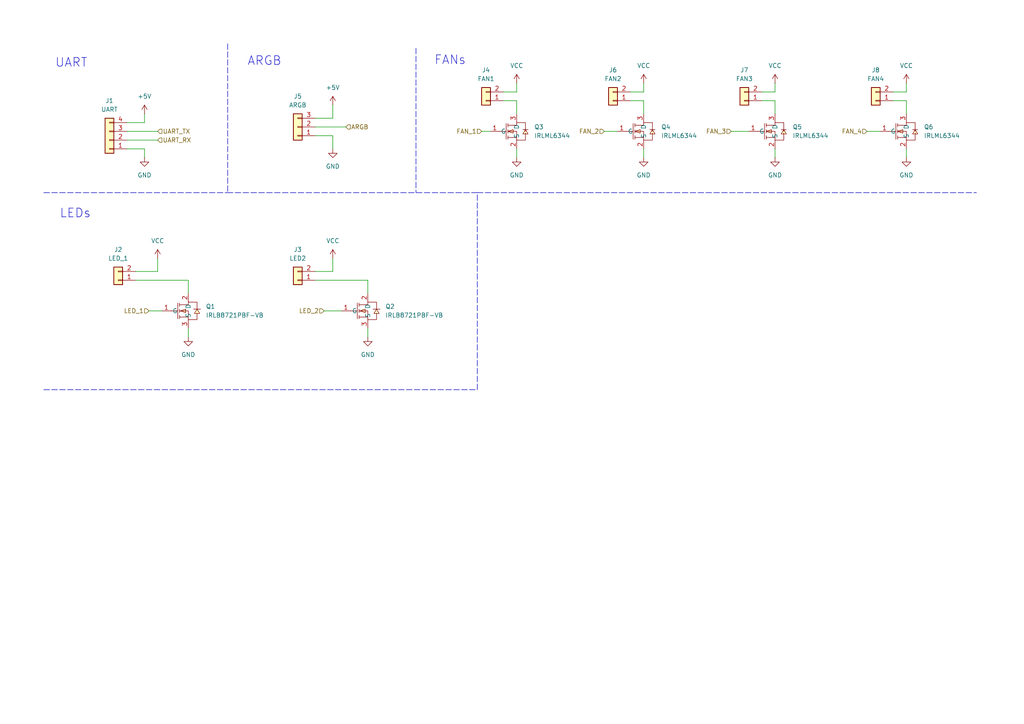
<source format=kicad_sch>
(kicad_sch (version 20250114) (generator "eeschema") (generator_version "9.0")
  (paper "A4")
  (title_block (title "Kontakt") (date "2026-01-19") (rev "2.0") (company "playlogo") (comment 4 "Peripherals"))
  (lib_symbols
    (symbol "Connector_Generic:Conn_01x02" (pin_names (offset 1.016) (hide yes))
      (property "Reference" "J" (at 0 2.54 0))
      (property "Value" "Conn_01x02" (at 0 -5.08 0))
      (symbol "Conn_01x02_1_1"
        (rectangle (start -1.27 1.27) (end 1.27 -3.81) (stroke (width 0.254)) (fill (type background)))
        (rectangle (start -1.27 0.127) (end 0 -0.127) (stroke (width 0.1524)))
        (rectangle (start -1.27 -2.413) (end 0 -2.667) (stroke (width 0.1524)))
        (pin passive line (at -5.08 0 0) (length 3.81) (name "Pin_1") (number "1"))
        (pin passive line (at -5.08 -2.54 0) (length 3.81) (name "Pin_2") (number "2"))
      )
    )
    (symbol "Connector_Generic:Conn_01x03" (pin_names (offset 1.016) (hide yes))
      (property "Reference" "J" (at 0 5.08 0))
      (property "Value" "Conn_01x03" (at 0 -5.08 0))
      (symbol "Conn_01x03_1_1"
        (rectangle (start -1.27 3.81) (end 1.27 -3.81) (stroke (width 0.254)) (fill (type background)))
        (rectangle (start -1.27 2.667) (end 0 2.413) (stroke (width 0.1524)))
        (rectangle (start -1.27 0.127) (end 0 -0.127) (stroke (width 0.1524)))
        (rectangle (start -1.27 -2.413) (end 0 -2.667) (stroke (width 0.1524)))
        (pin passive line (at -5.08 2.54 0) (length 3.81) (name "Pin_1") (number "1"))
        (pin passive line (at -5.08 0 0) (length 3.81) (name "Pin_2") (number "2"))
        (pin passive line (at -5.08 -2.54 0) (length 3.81) (name "Pin_3") (number "3"))
      )
    )
    (symbol "Connector_Generic:Conn_01x04" (pin_names (offset 1.016) (hide yes))
      (property "Reference" "J" (at 0 5.08 0))
      (property "Value" "Conn_01x04" (at 0 -7.62 0))
      (symbol "Conn_01x04_1_1"
        (rectangle (start -1.27 3.81) (end 1.27 -6.35) (stroke (width 0.254)) (fill (type background)))
        (rectangle (start -1.27 2.667) (end 0 2.413) (stroke (width 0.1524)))
        (rectangle (start -1.27 0.127) (end 0 -0.127) (stroke (width 0.1524)))
        (rectangle (start -1.27 -2.413) (end 0 -2.667) (stroke (width 0.1524)))
        (rectangle (start -1.27 -4.953) (end 0 -5.207) (stroke (width 0.1524)))
        (pin passive line (at -5.08 2.54 0) (length 3.81) (name "Pin_1") (number "1"))
        (pin passive line (at -5.08 0 0) (length 3.81) (name "Pin_2") (number "2"))
        (pin passive line (at -5.08 -2.54 0) (length 3.81) (name "Pin_3") (number "3"))
        (pin passive line (at -5.08 -5.08 0) (length 3.81) (name "Pin_4") (number "4"))
      )
    )
    (symbol "easyeda2kicad:IRLB8721PBF-VB"
      (property "Reference" "Q" (at 0 10.16 0))
      (property "Value" "IRLB8721PBF-VB" (at 0 -10.16 0))
      (symbol "IRLB8721PBF-VB_0_1"
        (polyline (pts (xy -2.54 0) (xy -0.51 0)))
        (polyline (pts (xy -0.51 2.29) (xy -0.51 -2.29)))
        (polyline (pts (xy 0 2.29) (xy 0 1.27)))
        (polyline (pts (xy 0 1.78) (xy 2.54 1.78) (xy 2.54 2.54) (xy 5.08 2.54) (xy 5.08 0.51)))
        (polyline (pts (xy 0 0) (xy 2.54 0) (xy 2.54 -2.54) (xy 5.08 -2.54) (xy 5.08 -0.76)))
        (polyline (pts (xy 0 -0.51) (xy 0 0.51)))
        (polyline (pts (xy 0 -2.29) (xy 0 -1.27)))
        (polyline (pts (xy 0.25 0) (xy 1.78 -0.51) (xy 1.78 0.51) (xy 0.25 0)) (fill (type background)))
        (polyline (pts (xy 2.54 -1.78) (xy 0 -1.78)))
        (polyline (pts (xy 5.08 0.51) (xy 4.32 -0.76) (xy 5.84 -0.76) (xy 5.08 0.51)) (fill (type background)))
        (polyline (pts (xy 6.1 0.51) (xy 5.59 0.51) (xy 4.57 0.51) (xy 4.06 0.51)))
        (pin unspecified line (at -5.08 0 0) (length 2.54) (name "G") (number "1"))
        (pin unspecified line (at 2.54 5.08 270) (length 2.54) (name "D") (number "2"))
        (pin unspecified line (at 2.54 -5.08 90) (length 2.54) (name "S") (number "3"))
      )
    )
    (symbol "easyeda2kicad:IRLML6344"
      (property "Reference" "Q" (at 0 10.16 0))
      (property "Value" "IRLML6344" (at 0 -10.16 0))
      (symbol "IRLML6344_0_1"
        (polyline (pts (xy -2.54 0) (xy -0.51 0)))
        (polyline (pts (xy -0.51 2.29) (xy -0.51 -2.29)))
        (polyline (pts (xy 0 1.27) (xy 0 2.29)))
        (polyline (pts (xy 0 0) (xy 2.54 0) (xy 2.54 -2.54)))
        (polyline (pts (xy 0 0) (xy 1.52 -0.51) (xy 1.52 0.51) (xy 0 0)) (fill (type background)))
        (polyline (pts (xy 0 -0.51) (xy 0 0.51)))
        (polyline (pts (xy 0 -2.29) (xy 0 -1.27)))
        (polyline (pts (xy 2.54 1.78) (xy 0 1.78)))
        (polyline (pts (xy 2.54 1.78) (xy 2.54 2.54) (xy 5.08 2.54) (xy 5.08 0)))
        (polyline (pts (xy 2.54 -1.78) (xy 0 -1.78)))
        (polyline (pts (xy 2.54 -2.54) (xy 5.08 -2.54) (xy 5.08 -0.51)))
        (polyline (pts (xy 4.32 0.51) (xy 4.57 0.51) (xy 5.59 0.51) (xy 5.84 0.51)))
        (polyline (pts (xy 5.08 0.51) (xy 4.32 -0.76) (xy 5.84 -0.76) (xy 5.08 0.51)) (fill (type background)))
        (pin unspecified line (at -5.08 0 0) (length 2.54) (name "G") (number "1"))
        (pin unspecified line (at 2.54 5.08 270) (length 2.54) (name "D") (number "3"))
        (pin unspecified line (at 2.54 -5.08 90) (length 2.54) (name "S") (number "2"))
      )
    )
    (symbol "power:+5V" (power) (pin_numbers (hide yes)) (pin_names (offset 0) (hide yes))
      (property "Value" "+5V" (at 0 3.556 0))
      (symbol "+5V_0_1"
        (polyline (pts (xy -0.762 1.27) (xy 0 2.54)))
        (polyline (pts (xy 0 2.54) (xy 0.762 1.27)))
        (polyline (pts (xy 0 0) (xy 0 2.54)))
      )
      (symbol "+5V_1_1"
        (pin power_in line (at 0 0 90) (length 0) (name "~") (number "1"))
      )
    )
    (symbol "power:GND" (power) (pin_numbers (hide yes)) (pin_names (offset 0) (hide yes))
      (property "Value" "GND" (at 0 -3.81 0))
      (symbol "GND_0_1"
        (polyline (pts (xy 0 0) (xy 0 -1.27) (xy 1.27 -1.27) (xy 0 -2.54) (xy -1.27 -1.27) (xy 0 -1.27)))
      )
      (symbol "GND_1_1"
        (pin power_in line (at 0 0 270) (length 0) (name "~") (number "1"))
      )
    )
    (symbol "power:VCC" (power) (pin_numbers (hide yes)) (pin_names (offset 0) (hide yes))
      (property "Value" "VCC" (at 0 3.556 0))
      (symbol "VCC_0_1"
        (polyline (pts (xy -0.762 1.27) (xy 0 2.54)))
        (polyline (pts (xy 0 2.54) (xy 0.762 1.27)))
        (polyline (pts (xy 0 0) (xy 0 2.54)))
      )
      (symbol "VCC_1_1"
        (pin power_in line (at 0 0 90) (length 0) (name "~") (number "1"))
      )
    )
  )
  (text "FANs" (at 130.556 17.526 0) (effects (font (size 2.54 2.54))))
  (text "LEDs\n" (at 21.844 61.976 0) (effects (font (size 2.54 2.54))))
  (text "ARGB" (at 76.708 17.78 0) (effects (font (size 2.54 2.54))))
  (text "UART			" (at 36.068 18.288 0) (effects (font (size 2.54 2.54))))
  (wire (pts (xy 91.44 39.37) (xy 96.52 39.37)))
  (wire (pts (xy 93.98 90.17) (xy 99.06 90.17)))
  (polyline (pts (xy 138.43 55.88) (xy 283.21 55.88)) (stroke (width 0) (type dash)))
  (wire (pts (xy 182.88 29.21) (xy 186.69 29.21)))
  (wire (pts (xy 96.52 39.37) (xy 96.52 43.18)))
  (wire (pts (xy 186.69 43.18) (xy 186.69 45.72)))
  (wire (pts (xy 91.44 81.28) (xy 106.68 81.28)))
  (wire (pts (xy 36.83 38.1) (xy 45.72 38.1)))
  (wire (pts (xy 262.89 43.18) (xy 262.89 45.72)))
  (wire (pts (xy 146.05 26.67) (xy 149.86 26.67)))
  (polyline (pts (xy 12.7 55.88) (xy 66.04 55.88)) (stroke (width 0) (type dash)))
  (polyline (pts (xy 12.7 113.03) (xy 138.43 113.03)) (stroke (width 0) (type dash)))
  (wire (pts (xy 45.72 74.93) (xy 45.72 78.74)))
  (polyline (pts (xy 138.43 55.88) (xy 66.04 55.88)) (stroke (width 0) (type dash)))
  (wire (pts (xy 224.79 26.67) (xy 220.98 26.67)))
  (wire (pts (xy 41.91 33.02) (xy 41.91 35.56)))
  (wire (pts (xy 106.68 81.28) (xy 106.68 85.09)))
  (wire (pts (xy 149.86 43.18) (xy 149.86 45.72)))
  (wire (pts (xy 175.26 38.1) (xy 179.07 38.1)))
  (wire (pts (xy 262.89 24.13) (xy 262.89 26.67)))
  (polyline (pts (xy 138.43 113.03) (xy 138.43 55.88)) (stroke (width 0) (type dash)))
  (wire (pts (xy 146.05 29.21) (xy 149.86 29.21)))
  (wire (pts (xy 39.37 81.28) (xy 54.61 81.28)))
  (wire (pts (xy 259.08 29.21) (xy 262.89 29.21)))
  (wire (pts (xy 91.44 36.83) (xy 100.33 36.83)))
  (wire (pts (xy 262.89 26.67) (xy 259.08 26.67)))
  (wire (pts (xy 224.79 24.13) (xy 224.79 26.67)))
  (wire (pts (xy 96.52 78.74) (xy 91.44 78.74)))
  (wire (pts (xy 139.7 38.1) (xy 142.24 38.1)))
  (wire (pts (xy 149.86 24.13) (xy 149.86 26.67)))
  (wire (pts (xy 186.69 26.67) (xy 182.88 26.67)))
  (wire (pts (xy 36.83 43.18) (xy 41.91 43.18)))
  (wire (pts (xy 96.52 30.48) (xy 96.52 34.29)))
  (polyline (pts (xy 66.04 12.7) (xy 66.04 55.88)) (stroke (width 0) (type dash)))
  (wire (pts (xy 106.68 95.25) (xy 106.68 97.79)))
  (wire (pts (xy 96.52 34.29) (xy 91.44 34.29)))
  (wire (pts (xy 149.86 33.02) (xy 149.86 29.21)))
  (polyline (pts (xy 120.65 13.97) (xy 120.65 55.88)) (stroke (width 0) (type dash)))
  (wire (pts (xy 262.89 29.21) (xy 262.89 33.02)))
  (wire (pts (xy 39.37 78.74) (xy 45.72 78.74)))
  (wire (pts (xy 251.46 38.1) (xy 255.27 38.1)))
  (wire (pts (xy 41.91 35.56) (xy 36.83 35.56)))
  (wire (pts (xy 54.61 85.09) (xy 54.61 81.28)))
  (wire (pts (xy 186.69 24.13) (xy 186.69 26.67)))
  (wire (pts (xy 36.83 40.64) (xy 45.72 40.64)))
  (wire (pts (xy 54.61 95.25) (xy 54.61 97.79)))
  (wire (pts (xy 220.98 29.21) (xy 224.79 29.21)))
  (wire (pts (xy 41.91 43.18) (xy 41.91 45.72)))
  (wire (pts (xy 224.79 29.21) (xy 224.79 33.02)))
  (wire (pts (xy 96.52 74.93) (xy 96.52 78.74)))
  (wire (pts (xy 224.79 43.18) (xy 224.79 45.72)))
  (wire (pts (xy 212.09 38.1) (xy 217.17 38.1)))
  (wire (pts (xy 43.18 90.17) (xy 46.99 90.17)))
  (wire (pts (xy 186.69 29.21) (xy 186.69 33.02)))
  (hierarchical_label "ARGB" (shape input) (at 100.33 36.83 0))
  (hierarchical_label "LED_2" (shape input) (at 93.98 90.17 180))
  (hierarchical_label "FAN_2" (shape input) (at 175.26 38.1 180))
  (hierarchical_label "UART_RX" (shape input) (at 45.72 40.64 0))
  (hierarchical_label "FAN_4" (shape input) (at 251.46 38.1 180))
  (hierarchical_label "LED_1" (shape input) (at 43.18 90.17 180))
  (hierarchical_label "UART_TX" (shape input) (at 45.72 38.1 0))
  (hierarchical_label "FAN_1" (shape input) (at 139.7 38.1 180))
  (hierarchical_label "FAN_3" (shape input) (at 212.09 38.1 180))
  (symbol (lib_id "Connector_Generic:Conn_01x02") (at 86.36 81.28 180) (unit 1)
    (property "Reference" "J3" (at 86.36 72.39 0))
    (property "Value" "LED2" (at 86.36 74.93 0))
    (property "Footprint" "Connector_JST:JST_EH_B2B-EH-A_1x02_P2.50mm_Vertical" (effects (hide yes)))
    (property "Description" "Generic connector, single row, 01x02, script generated (kicad-library-utils/schlib/autogen/connector/)" (effects (hide yes)))
  )
  (symbol (lib_id "Connector_Generic:Conn_01x02") (at 177.8 29.21 180) (unit 1)
    (property "Reference" "J6" (at 177.8 20.32 0))
    (property "Value" "FAN2" (at 177.8 22.86 0))
    (property "Footprint" "Connector_JST:JST_EH_B2B-EH-A_1x02_P2.50mm_Vertical" (effects (hide yes)))
    (property "Description" "Generic connector, single row, 01x02, script generated (kicad-library-utils/schlib/autogen/connector/)" (effects (hide yes)))
  )
  (symbol (lib_id "power:+5V") (at 41.91 33.02 0) (unit 1)
    (property "Reference" "#PWR060" (effects (hide yes)))
    (property "Value" "+5V" (at 41.91 27.94 0))
    (property "Description" "Power symbol creates a global label with name \"+5V\"" (effects (hide yes)))
  )
  (symbol (lib_id "Connector_Generic:Conn_01x02") (at 34.29 81.28 180) (unit 1)
    (property "Reference" "J2" (at 34.29 72.39 0))
    (property "Value" "LED_1" (at 34.29 74.93 0))
    (property "Footprint" "Connector_JST:JST_EH_B2B-EH-A_1x02_P2.50mm_Vertical" (effects (hide yes)))
    (property "Description" "Generic connector, single row, 01x02, script generated (kicad-library-utils/schlib/autogen/connector/)" (effects (hide yes)))
  )
  (symbol (lib_id "easyeda2kicad:IRLML6344") (at 260.35 38.1 0) (unit 1)
    (property "Reference" "Q6" (at 267.97 36.8299 0) (effects (justify left)))
    (property "Value" "IRLML6344" (at 267.97 39.3699 0) (effects (justify left)))
    (property "Footprint" "easyeda2kicad:SOT-23-3_L3.0-W1.7-P0.95-LS2.9-BR" (effects (hide yes)))
    (property "LCSC Part" "C5364313" (effects (hide yes)))
  )
  (symbol (lib_id "power:GND") (at 262.89 45.72 0) (unit 1)
    (property "Reference" "#PWR070" (effects (hide yes)))
    (property "Value" "GND" (at 262.89 50.8 0))
    (property "Description" "Power symbol creates a global label with name \"GND\" , ground" (effects (hide yes)))
  )
  (symbol (lib_id "power:GND") (at 54.61 97.79 0) (unit 1)
    (property "Reference" "#PWR062" (effects (hide yes)))
    (property "Value" "GND" (at 54.61 102.87 0))
    (property "Description" "Power symbol creates a global label with name \"GND\" , ground" (effects (hide yes)))
  )
  (symbol (lib_id "power:VCC") (at 149.86 24.13 0) (unit 1)
    (property "Reference" "#PWR071" (effects (hide yes)))
    (property "Value" "VCC" (at 149.86 19.05 0))
    (property "Description" "Power symbol creates a global label with name \"VCC\"" (effects (hide yes)))
  )
  (symbol (lib_id "power:VCC") (at 262.89 24.13 0) (unit 1)
    (property "Reference" "#PWR074" (effects (hide yes)))
    (property "Value" "VCC" (at 262.89 19.05 0))
    (property "Description" "Power symbol creates a global label with name \"VCC\"" (effects (hide yes)))
  )
  (symbol (lib_id "Connector_Generic:Conn_01x02") (at 215.9 29.21 180) (unit 1)
    (property "Reference" "J7" (at 215.9 20.32 0))
    (property "Value" "FAN3" (at 215.9 22.86 0))
    (property "Footprint" "Connector_JST:JST_EH_B2B-EH-A_1x02_P2.50mm_Vertical" (effects (hide yes)))
    (property "Description" "Generic connector, single row, 01x02, script generated (kicad-library-utils/schlib/autogen/connector/)" (effects (hide yes)))
  )
  (symbol (lib_id "easyeda2kicad:IRLML6344") (at 222.25 38.1 0) (unit 1)
    (property "Reference" "Q5" (at 229.87 36.8299 0) (effects (justify left)))
    (property "Value" "IRLML6344" (at 229.87 39.3699 0) (effects (justify left)))
    (property "Footprint" "easyeda2kicad:SOT-23-3_L3.0-W1.7-P0.95-LS2.9-BR" (effects (hide yes)))
    (property "LCSC Part" "C5364313" (effects (hide yes)))
  )
  (symbol (lib_id "Connector_Generic:Conn_01x03") (at 86.36 36.83 180) (unit 1)
    (property "Reference" "J5" (at 86.36 27.94 0))
    (property "Value" "ARGB" (at 86.36 30.48 0))
    (property "Footprint" "Connector_JST:JST_EH_B3B-EH-A_1x03_P2.50mm_Vertical" (effects (hide yes)))
    (property "Description" "Generic connector, single row, 01x03, script generated (kicad-library-utils/schlib/autogen/connector/)" (effects (hide yes)))
  )
  (symbol (lib_id "Connector_Generic:Conn_01x04") (at 31.75 40.64 180) (unit 1)
    (property "Reference" "J1" (at 31.75 29.21 0))
    (property "Value" "UART" (at 31.75 31.75 0))
    (property "Footprint" "Connector_JST:JST_EH_B4B-EH-A_1x04_P2.50mm_Vertical" (effects (hide yes)))
    (property "Description" "Generic connector, single row, 01x04, script generated (kicad-library-utils/schlib/autogen/connector/)" (effects (hide yes)))
  )
  (symbol (lib_id "Connector_Generic:Conn_01x02") (at 254 29.21 180) (unit 1)
    (property "Reference" "J8" (at 254 20.32 0))
    (property "Value" "FAN4" (at 254 22.86 0))
    (property "Footprint" "Connector_JST:JST_EH_B2B-EH-A_1x02_P2.50mm_Vertical" (effects (hide yes)))
    (property "Description" "Generic connector, single row, 01x02, script generated (kicad-library-utils/schlib/autogen/connector/)" (effects (hide yes)))
  )
  (symbol (lib_id "easyeda2kicad:IRLB8721PBF-VB") (at 104.14 90.17 0) (unit 1)
    (property "Reference" "Q2" (at 111.76 88.8999 0) (effects (justify left)))
    (property "Value" "IRLB8721PBF-VB" (at 111.76 91.4399 0) (effects (justify left)))
    (property "Footprint" "easyeda2kicad:TO-220AB-3_L10.4-W4.6-P2.54-L" (effects (hide yes)))
    (property "LCSC Part" "C7429053" (effects (hide yes)))
  )
  (symbol (lib_id "power:GND") (at 96.52 43.18 0) (unit 1)
    (property "Reference" "#PWR067" (effects (hide yes)))
    (property "Value" "GND" (at 96.52 48.26 0))
    (property "Description" "Power symbol creates a global label with name \"GND\" , ground" (effects (hide yes)))
  )
  (symbol (lib_id "power:GND") (at 224.79 45.72 0) (unit 1)
    (property "Reference" "#PWR069" (effects (hide yes)))
    (property "Value" "GND" (at 224.79 50.8 0))
    (property "Description" "Power symbol creates a global label with name \"GND\" , ground" (effects (hide yes)))
  )
  (symbol (lib_id "power:VCC") (at 45.72 74.93 0) (unit 1)
    (property "Reference" "#PWR061" (effects (hide yes)))
    (property "Value" "VCC" (at 45.72 69.85 0))
    (property "Description" "Power symbol creates a global label with name \"VCC\"" (effects (hide yes)))
  )
  (symbol (lib_id "power:VCC") (at 186.69 24.13 0) (unit 1)
    (property "Reference" "#PWR072" (effects (hide yes)))
    (property "Value" "VCC" (at 186.69 19.05 0))
    (property "Description" "Power symbol creates a global label with name \"VCC\"" (effects (hide yes)))
  )
  (symbol (lib_id "power:VCC") (at 224.79 24.13 0) (unit 1)
    (property "Reference" "#PWR073" (effects (hide yes)))
    (property "Value" "VCC" (at 224.79 19.05 0))
    (property "Description" "Power symbol creates a global label with name \"VCC\"" (effects (hide yes)))
  )
  (symbol (lib_id "Connector_Generic:Conn_01x02") (at 140.97 29.21 180) (unit 1)
    (property "Reference" "J4" (at 140.97 20.32 0))
    (property "Value" "FAN1" (at 140.97 22.86 0))
    (property "Footprint" "Connector_JST:JST_EH_B2B-EH-A_1x02_P2.50mm_Vertical" (effects (hide yes)))
    (property "Description" "Generic connector, single row, 01x02, script generated (kicad-library-utils/schlib/autogen/connector/)" (effects (hide yes)))
  )
  (symbol (lib_id "power:GND") (at 186.69 45.72 0) (unit 1)
    (property "Reference" "#PWR066" (effects (hide yes)))
    (property "Value" "GND" (at 186.69 50.8 0))
    (property "Description" "Power symbol creates a global label with name \"GND\" , ground" (effects (hide yes)))
  )
  (symbol (lib_id "power:VCC") (at 96.52 74.93 0) (unit 1)
    (property "Reference" "#PWR064" (effects (hide yes)))
    (property "Value" "VCC" (at 96.52 69.85 0))
    (property "Description" "Power symbol creates a global label with name \"VCC\"" (effects (hide yes)))
  )
  (symbol (lib_id "power:GND") (at 41.91 45.72 0) (unit 1)
    (property "Reference" "#PWR059" (effects (hide yes)))
    (property "Value" "GND" (at 41.91 50.8 0))
    (property "Description" "Power symbol creates a global label with name \"GND\" , ground" (effects (hide yes)))
  )
  (symbol (lib_id "power:GND") (at 106.68 97.79 0) (unit 1)
    (property "Reference" "#PWR063" (effects (hide yes)))
    (property "Value" "GND" (at 106.68 102.87 0))
    (property "Description" "Power symbol creates a global label with name \"GND\" , ground" (effects (hide yes)))
  )
  (symbol (lib_id "power:+5V") (at 96.52 30.48 0) (unit 1)
    (property "Reference" "#PWR068" (effects (hide yes)))
    (property "Value" "+5V" (at 96.52 25.4 0))
    (property "Description" "Power symbol creates a global label with name \"+5V\"" (effects (hide yes)))
  )
  (symbol (lib_id "easyeda2kicad:IRLB8721PBF-VB") (at 52.07 90.17 0) (unit 1)
    (property "Reference" "Q1" (at 59.69 88.8999 0) (effects (justify left)))
    (property "Value" "IRLB8721PBF-VB" (at 59.69 91.4399 0) (effects (justify left)))
    (property "Footprint" "easyeda2kicad:TO-220AB-3_L10.4-W4.6-P2.54-L" (effects (hide yes)))
    (property "LCSC Part" "C7429053" (effects (hide yes)))
  )
  (symbol (lib_id "easyeda2kicad:IRLML6344") (at 147.32 38.1 0) (unit 1)
    (property "Reference" "Q3" (at 154.94 36.8299 0) (effects (justify left)))
    (property "Value" "IRLML6344" (at 154.94 39.3699 0) (effects (justify left)))
    (property "Footprint" "easyeda2kicad:SOT-23-3_L3.0-W1.7-P0.95-LS2.9-BR" (effects (hide yes)))
    (property "LCSC Part" "C5364313" (effects (hide yes)))
  )
  (symbol (lib_id "power:GND") (at 149.86 45.72 0) (unit 1)
    (property "Reference" "#PWR065" (effects (hide yes)))
    (property "Value" "GND" (at 149.86 50.8 0))
    (property "Description" "Power symbol creates a global label with name \"GND\" , ground" (effects (hide yes)))
  )
  (symbol (lib_id "easyeda2kicad:IRLML6344") (at 184.15 38.1 0) (unit 1)
    (property "Reference" "Q4" (at 191.77 36.8299 0) (effects (justify left)))
    (property "Value" "IRLML6344" (at 191.77 39.3699 0) (effects (justify left)))
    (property "Footprint" "easyeda2kicad:SOT-23-3_L3.0-W1.7-P0.95-LS2.9-BR" (effects (hide yes)))
    (property "LCSC Part" "C5364313" (effects (hide yes)))
  )
)
</source>
